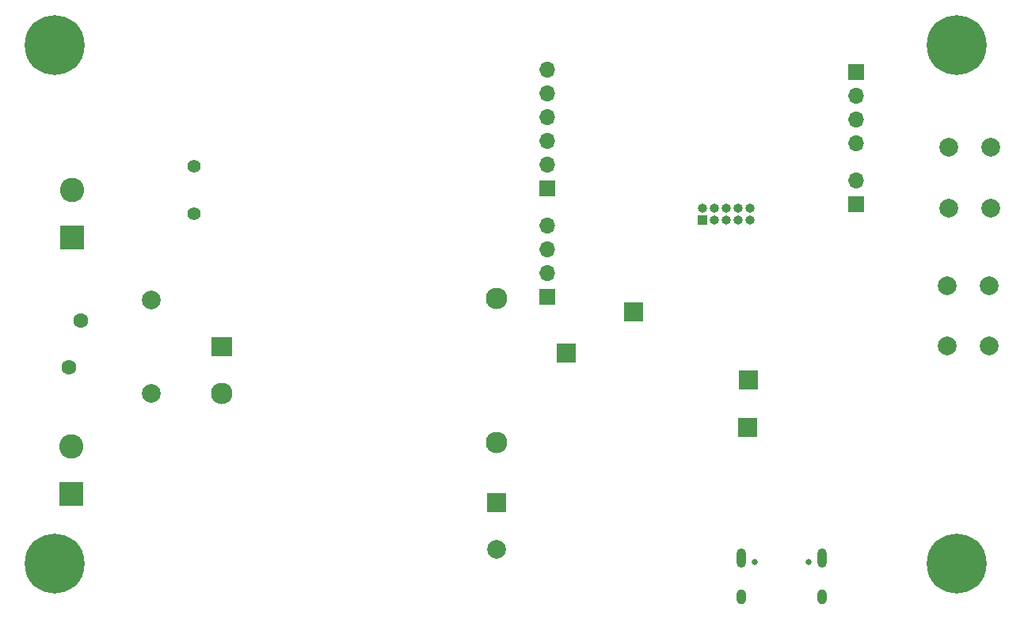
<source format=gbs>
G04 #@! TF.GenerationSoftware,KiCad,Pcbnew,(7.0.0-0)*
G04 #@! TF.CreationDate,2023-03-13T11:18:45+01:00*
G04 #@! TF.ProjectId,ESPMeter,4553504d-6574-4657-922e-6b696361645f,rev?*
G04 #@! TF.SameCoordinates,Original*
G04 #@! TF.FileFunction,Soldermask,Bot*
G04 #@! TF.FilePolarity,Negative*
%FSLAX46Y46*%
G04 Gerber Fmt 4.6, Leading zero omitted, Abs format (unit mm)*
G04 Created by KiCad (PCBNEW (7.0.0-0)) date 2023-03-13 11:18:45*
%MOMM*%
%LPD*%
G01*
G04 APERTURE LIST*
%ADD10R,1.700000X1.700000*%
%ADD11O,1.700000X1.700000*%
%ADD12R,2.000000X2.000000*%
%ADD13C,1.600000*%
%ADD14C,3.600000*%
%ADD15C,6.400000*%
%ADD16C,2.000000*%
%ADD17C,1.408000*%
%ADD18R,1.000000X1.000000*%
%ADD19O,1.000000X1.000000*%
%ADD20R,2.300000X2.000000*%
%ADD21C,2.300000*%
%ADD22R,2.600000X2.600000*%
%ADD23C,2.600000*%
%ADD24C,0.650000*%
%ADD25O,1.000000X2.100000*%
%ADD26O,1.000000X1.600000*%
G04 APERTURE END LIST*
D10*
X176199999Y-64379999D03*
D11*
X176199999Y-66919999D03*
X176199999Y-69459999D03*
X176199999Y-71999999D03*
D12*
X164693599Y-97307399D03*
D10*
X143199999Y-76879999D03*
D11*
X143199999Y-74339999D03*
X143199999Y-71799999D03*
X143199999Y-69259999D03*
X143199999Y-66719999D03*
X143199999Y-64179999D03*
D13*
X93362958Y-90966104D03*
X92062958Y-95966104D03*
D14*
X187000000Y-117000000D03*
D15*
X187000000Y-117000000D03*
D16*
X100860000Y-98800000D03*
X100860000Y-88800000D03*
D14*
X187000000Y-61500000D03*
D15*
X187000000Y-61500000D03*
D17*
X105400000Y-74470000D03*
X105400000Y-79550000D03*
D16*
X185980000Y-93735000D03*
X185980000Y-87235000D03*
X190480000Y-93735000D03*
X190480000Y-87235000D03*
D18*
X159832199Y-80203199D03*
D19*
X159832199Y-78933199D03*
X161102199Y-80203199D03*
X161102199Y-78933199D03*
X162372199Y-80203199D03*
X162372199Y-78933199D03*
X163642199Y-80203199D03*
X163642199Y-78933199D03*
X164912199Y-80203199D03*
X164912199Y-78933199D03*
D20*
X108372557Y-93807103D03*
D21*
X108372558Y-98807104D03*
X137772558Y-88607104D03*
X137772558Y-104007104D03*
D16*
X186105000Y-78960000D03*
X186105000Y-72460000D03*
X190605000Y-78960000D03*
X190605000Y-72460000D03*
D12*
X164609999Y-102459999D03*
D14*
X90500000Y-61500000D03*
D15*
X90500000Y-61500000D03*
D22*
X92289999Y-109494999D03*
D23*
X92290000Y-104415000D03*
D24*
X165385000Y-116856800D03*
X171165000Y-116856800D03*
D25*
X163954999Y-116356799D03*
D26*
X163954999Y-120536799D03*
D25*
X172594999Y-116356799D03*
D26*
X172594999Y-120536799D03*
D10*
X143199999Y-88419999D03*
D11*
X143199999Y-85879999D03*
X143199999Y-83339999D03*
X143199999Y-80799999D03*
D22*
X92408157Y-82112303D03*
D23*
X92408158Y-77032304D03*
D14*
X90500000Y-117000000D03*
D15*
X90500000Y-117000000D03*
D12*
X145249999Y-94429999D03*
D10*
X176199999Y-78574999D03*
D11*
X176199999Y-76034999D03*
D12*
X152452557Y-90037103D03*
X137772557Y-110437103D03*
D16*
X137772558Y-115437104D03*
M02*

</source>
